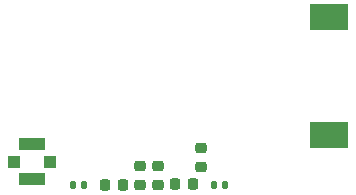
<source format=gbr>
%TF.GenerationSoftware,KiCad,Pcbnew,6.0.2+dfsg-1*%
%TF.CreationDate,2022-09-07T20:40:41-04:00*%
%TF.ProjectId,RUSP_Antenna,52555350-5f41-46e7-9465-6e6e612e6b69,rev?*%
%TF.SameCoordinates,Original*%
%TF.FileFunction,Paste,Top*%
%TF.FilePolarity,Positive*%
%FSLAX46Y46*%
G04 Gerber Fmt 4.6, Leading zero omitted, Abs format (unit mm)*
G04 Created by KiCad (PCBNEW 6.0.2+dfsg-1) date 2022-09-07 20:40:41*
%MOMM*%
%LPD*%
G01*
G04 APERTURE LIST*
G04 Aperture macros list*
%AMRoundRect*
0 Rectangle with rounded corners*
0 $1 Rounding radius*
0 $2 $3 $4 $5 $6 $7 $8 $9 X,Y pos of 4 corners*
0 Add a 4 corners polygon primitive as box body*
4,1,4,$2,$3,$4,$5,$6,$7,$8,$9,$2,$3,0*
0 Add four circle primitives for the rounded corners*
1,1,$1+$1,$2,$3*
1,1,$1+$1,$4,$5*
1,1,$1+$1,$6,$7*
1,1,$1+$1,$8,$9*
0 Add four rect primitives between the rounded corners*
20,1,$1+$1,$2,$3,$4,$5,0*
20,1,$1+$1,$4,$5,$6,$7,0*
20,1,$1+$1,$6,$7,$8,$9,0*
20,1,$1+$1,$8,$9,$2,$3,0*%
G04 Aperture macros list end*
%ADD10R,1.000000X1.000000*%
%ADD11R,2.200000X1.050000*%
%ADD12RoundRect,0.225000X-0.225000X-0.250000X0.225000X-0.250000X0.225000X0.250000X-0.225000X0.250000X0*%
%ADD13RoundRect,0.225000X-0.250000X0.225000X-0.250000X-0.225000X0.250000X-0.225000X0.250000X0.225000X0*%
%ADD14RoundRect,0.218750X0.256250X-0.218750X0.256250X0.218750X-0.256250X0.218750X-0.256250X-0.218750X0*%
%ADD15R,3.200000X2.200000*%
%ADD16RoundRect,0.147500X0.147500X0.172500X-0.147500X0.172500X-0.147500X-0.172500X0.147500X-0.172500X0*%
G04 APERTURE END LIST*
D10*
%TO.C,J1*%
X140050000Y-102550000D03*
D11*
X138550000Y-101075000D03*
X138550000Y-104025000D03*
D10*
X137050000Y-102550000D03*
%TD*%
D12*
%TO.C,C1*%
X150625000Y-104450000D03*
X152175000Y-104450000D03*
%TD*%
D13*
%TO.C,C2*%
X149190000Y-102945000D03*
X149190000Y-104495000D03*
%TD*%
D14*
%TO.C,L1*%
X152860000Y-102977500D03*
X152860000Y-101402500D03*
%TD*%
D15*
%TO.C,AE1*%
X163650000Y-90300000D03*
X163650000Y-100300000D03*
%TD*%
D16*
%TO.C,L4*%
X142985000Y-104500000D03*
X142015000Y-104500000D03*
%TD*%
%TO.C,L2*%
X154885000Y-104490000D03*
X153915000Y-104490000D03*
%TD*%
D14*
%TO.C,L3*%
X147710000Y-104497500D03*
X147710000Y-102922500D03*
%TD*%
D12*
%TO.C,C3*%
X144725000Y-104500000D03*
X146275000Y-104500000D03*
%TD*%
M02*

</source>
